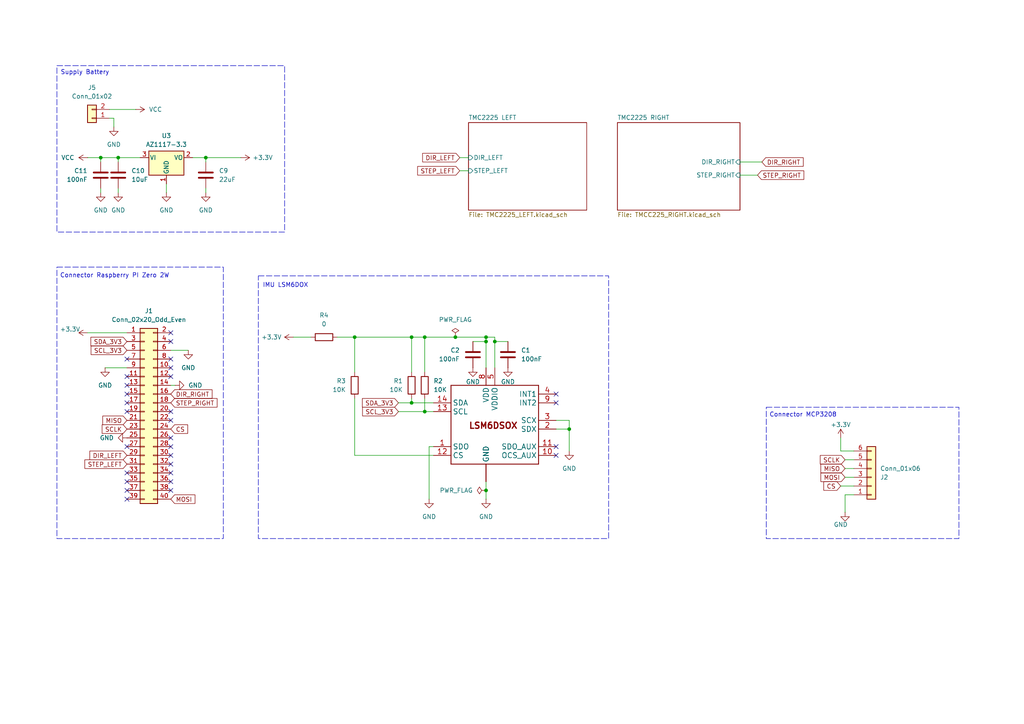
<source format=kicad_sch>
(kicad_sch (version 20250114) (generator "eeschema") (generator_version "9.0")
  (paper "A4")
  (lib_symbols
    (symbol "Adafruit_LSM6DSOX-eagle-import:LSM6DSOX"
      (symbol "LSM6DSOX_1_0"
        (polyline (pts (xy -10.16 10.16) (xy 15.24 10.16)) (stroke (width 0.254)))
        (polyline (pts (xy -10.16 -12.7) (xy -10.16 10.16)) (stroke (width 0.254)))
        (polyline (pts (xy 15.24 10.16) (xy 15.24 -12.7)) (stroke (width 0.254)))
        (polyline (pts (xy 15.24 -12.7) (xy -10.16 -12.7)) (stroke (width 0.254)))
        (text "LSM6DSOX" (at -5.08 -2.54 0) (effects (font (size 1.778 1.778) (thickness 0.3556) (bold yes)) (justify left bottom)))
        (pin bidirectional line (at -15.24 5.08 0) (length 5.08) (name "SDA") (number "14"))
        (pin bidirectional line (at -15.24 2.54 0) (length 5.08) (name "SCL") (number "13"))
        (pin passive line (at -15.24 -7.62 0) (length 5.08) (name "SDO") (number "1"))
        (pin bidirectional line (at -15.24 -10.16 0) (length 5.08) (name "CS") (number "12"))
        (pin power_in line (at 0 15.24 270) (length 5.08) (name "VDD") (number "8"))
        (pin power_in line (at 0 -17.78 90) (length 5.08) (name "GND") (number "6"))
        (pin power_in line (at 0 -17.78 90) (length 5.08) (name "GND") (number "7"))
        (pin power_in line (at 2.54 15.24 270) (length 5.08) (name "VDDIO") (number "5"))
        (pin bidirectional line (at 20.32 7.62 180) (length 5.08) (name "INT1") (number "4"))
        (pin bidirectional line (at 20.32 5.08 180) (length 5.08) (name "INT2") (number "9"))
        (pin passive line (at 20.32 0 180) (length 5.08) (name "SCX") (number "3"))
        (pin passive line (at 20.32 -2.54 180) (length 5.08) (name "SDX") (number "2"))
        (pin bidirectional line (at 20.32 -7.62 180) (length 5.08) (name "SDO_AUX") (number "11"))
        (pin bidirectional line (at 20.32 -10.16 180) (length 5.08) (name "OCS_AUX") (number "10"))
      )
    )
    (symbol "Connector_Generic:Conn_01x02" (pin_names (offset 1.016) (hide yes))
      (property "Reference" "J" (at 0 2.54 0))
      (property "Value" "Conn_01x02" (at 0 -5.08 0))
      (symbol "Conn_01x02_1_1"
        (rectangle (start -1.27 1.27) (end 1.27 -3.81) (stroke (width 0.254)) (fill (type background)))
        (rectangle (start -1.27 0.127) (end 0 -0.127) (stroke (width 0.1524)))
        (rectangle (start -1.27 -2.413) (end 0 -2.667) (stroke (width 0.1524)))
        (pin passive line (at -5.08 0 0) (length 3.81) (name "Pin_1") (number "1"))
        (pin passive line (at -5.08 -2.54 0) (length 3.81) (name "Pin_2") (number "2"))
      )
    )
    (symbol "Connector_Generic:Conn_01x06" (pin_names (offset 1.016) (hide yes))
      (property "Reference" "J" (at 0 7.62 0))
      (property "Value" "Conn_01x06" (at 0 -10.16 0))
      (symbol "Conn_01x06_1_1"
        (rectangle (start -1.27 6.35) (end 1.27 -8.89) (stroke (width 0.254)) (fill (type background)))
        (rectangle (start -1.27 5.207) (end 0 4.953) (stroke (width 0.1524)))
        (rectangle (start -1.27 2.667) (end 0 2.413) (stroke (width 0.1524)))
        (rectangle (start -1.27 0.127) (end 0 -0.127) (stroke (width 0.1524)))
        (rectangle (start -1.27 -2.413) (end 0 -2.667) (stroke (width 0.1524)))
        (rectangle (start -1.27 -4.953) (end 0 -5.207) (stroke (width 0.1524)))
        (rectangle (start -1.27 -7.493) (end 0 -7.747) (stroke (width 0.1524)))
        (pin passive line (at -5.08 5.08 0) (length 3.81) (name "Pin_1") (number "1"))
        (pin passive line (at -5.08 2.54 0) (length 3.81) (name "Pin_2") (number "2"))
        (pin passive line (at -5.08 0 0) (length 3.81) (name "Pin_3") (number "3"))
        (pin passive line (at -5.08 -2.54 0) (length 3.81) (name "Pin_4") (number "4"))
        (pin passive line (at -5.08 -5.08 0) (length 3.81) (name "Pin_5") (number "5"))
        (pin passive line (at -5.08 -7.62 0) (length 3.81) (name "Pin_6") (number "6"))
      )
    )
    (symbol "Connector_Generic:Conn_02x20_Odd_Even" (pin_names (offset 1.016) (hide yes))
      (property "Reference" "J" (at 1.27 25.4 0))
      (property "Value" "Conn_02x20_Odd_Even" (at 1.27 -27.94 0))
      (symbol "Conn_02x20_Odd_Even_1_1"
        (rectangle (start -1.27 24.13) (end 3.81 -26.67) (stroke (width 0.254)) (fill (type background)))
        (rectangle (start -1.27 22.987) (end 0 22.733) (stroke (width 0.1524)))
        (rectangle (start -1.27 20.447) (end 0 20.193) (stroke (width 0.1524)))
        (rectangle (start -1.27 17.907) (end 0 17.653) (stroke (width 0.1524)))
        (rectangle (start -1.27 15.367) (end 0 15.113) (stroke (width 0.1524)))
        (rectangle (start -1.27 12.827) (end 0 12.573) (stroke (width 0.1524)))
        (rectangle (start -1.27 10.287) (end 0 10.033) (stroke (width 0.1524)))
        (rectangle (start -1.27 7.747) (end 0 7.493) (stroke (width 0.1524)))
        (rectangle (start -1.27 5.207) (end 0 4.953) (stroke (width 0.1524)))
        (rectangle (start -1.27 2.667) (end 0 2.413) (stroke (width 0.1524)))
        (rectangle (start -1.27 0.127) (end 0 -0.127) (stroke (width 0.1524)))
        (rectangle (start -1.27 -2.413) (end 0 -2.667) (stroke (width 0.1524)))
        (rectangle (start -1.27 -4.953) (end 0 -5.207) (stroke (width 0.1524)))
        (rectangle (start -1.27 -7.493) (end 0 -7.747) (stroke (width 0.1524)))
        (rectangle (start -1.27 -10.033) (end 0 -10.287) (stroke (width 0.1524)))
        (rectangle (start -1.27 -12.573) (end 0 -12.827) (stroke (width 0.1524)))
        (rectangle (start -1.27 -15.113) (end 0 -15.367) (stroke (width 0.1524)))
        (rectangle (start -1.27 -17.653) (end 0 -17.907) (stroke (width 0.1524)))
        (rectangle (start -1.27 -20.193) (end 0 -20.447) (stroke (width 0.1524)))
        (rectangle (start -1.27 -22.733) (end 0 -22.987) (stroke (width 0.1524)))
        (rectangle (start -1.27 -25.273) (end 0 -25.527) (stroke (width 0.1524)))
        (rectangle (start 3.81 22.987) (end 2.54 22.733) (stroke (width 0.1524)))
        (rectangle (start 3.81 20.447) (end 2.54 20.193) (stroke (width 0.1524)))
        (rectangle (start 3.81 17.907) (end 2.54 17.653) (stroke (width 0.1524)))
        (rectangle (start 3.81 15.367) (end 2.54 15.113) (stroke (width 0.1524)))
        (rectangle (start 3.81 12.827) (end 2.54 12.573) (stroke (width 0.1524)))
        (rectangle (start 3.81 10.287) (end 2.54 10.033) (stroke (width 0.1524)))
        (rectangle (start 3.81 7.747) (end 2.54 7.493) (stroke (width 0.1524)))
        (rectangle (start 3.81 5.207) (end 2.54 4.953) (stroke (width 0.1524)))
        (rectangle (start 3.81 2.667) (end 2.54 2.413) (stroke (width 0.1524)))
        (rectangle (start 3.81 0.127) (end 2.54 -0.127) (stroke (width 0.1524)))
        (rectangle (start 3.81 -2.413) (end 2.54 -2.667) (stroke (width 0.1524)))
        (rectangle (start 3.81 -4.953) (end 2.54 -5.207) (stroke (width 0.1524)))
        (rectangle (start 3.81 -7.493) (end 2.54 -7.747) (stroke (width 0.1524)))
        (rectangle (start 3.81 -10.033) (end 2.54 -10.287) (stroke (width 0.1524)))
        (rectangle (start 3.81 -12.573) (end 2.54 -12.827) (stroke (width 0.1524)))
        (rectangle (start 3.81 -15.113) (end 2.54 -15.367) (stroke (width 0.1524)))
        (rectangle (start 3.81 -17.653) (end 2.54 -17.907) (stroke (width 0.1524)))
        (rectangle (start 3.81 -20.193) (end 2.54 -20.447) (stroke (width 0.1524)))
        (rectangle (start 3.81 -22.733) (end 2.54 -22.987) (stroke (width 0.1524)))
        (rectangle (start 3.81 -25.273) (end 2.54 -25.527) (stroke (width 0.1524)))
        (pin passive line (at -5.08 22.86 0) (length 3.81) (name "Pin_1") (number "1"))
        (pin passive line (at -5.08 20.32 0) (length 3.81) (name "Pin_3") (number "3"))
        (pin passive line (at -5.08 17.78 0) (length 3.81) (name "Pin_5") (number "5"))
        (pin passive line (at -5.08 15.24 0) (length 3.81) (name "Pin_7") (number "7"))
        (pin passive line (at -5.08 12.7 0) (length 3.81) (name "Pin_9") (number "9"))
        (pin passive line (at -5.08 10.16 0) (length 3.81) (name "Pin_11") (number "11"))
        (pin passive line (at -5.08 7.62 0) (length 3.81) (name "Pin_13") (number "13"))
        (pin passive line (at -5.08 5.08 0) (length 3.81) (name "Pin_15") (number "15"))
        (pin passive line (at -5.08 2.54 0) (length 3.81) (name "Pin_17") (number "17"))
        (pin passive line (at -5.08 0 0) (length 3.81) (name "Pin_19") (number "19"))
        (pin passive line (at -5.08 -2.54 0) (length 3.81) (name "Pin_21") (number "21"))
        (pin passive line (at -5.08 -5.08 0) (length 3.81) (name "Pin_23") (number "23"))
        (pin passive line (at -5.08 -7.62 0) (length 3.81) (name "Pin_25") (number "25"))
        (pin passive line (at -5.08 -10.16 0) (length 3.81) (name "Pin_27") (number "27"))
        (pin passive line (at -5.08 -12.7 0) (length 3.81) (name "Pin_29") (number "29"))
        (pin passive line (at -5.08 -15.24 0) (length 3.81) (name "Pin_31") (number "31"))
        (pin passive line (at -5.08 -17.78 0) (length 3.81) (name "Pin_33") (number "33"))
        (pin passive line (at -5.08 -20.32 0) (length 3.81) (name "Pin_35") (number "35"))
        (pin passive line (at -5.08 -22.86 0) (length 3.81) (name "Pin_37") (number "37"))
        (pin passive line (at -5.08 -25.4 0) (length 3.81) (name "Pin_39") (number "39"))
        (pin passive line (at 7.62 22.86 180) (length 3.81) (name "Pin_2") (number "2"))
        (pin passive line (at 7.62 20.32 180) (length 3.81) (name "Pin_4") (number "4"))
        (pin passive line (at 7.62 17.78 180) (length 3.81) (name "Pin_6") (number "6"))
        (pin passive line (at 7.62 15.24 180) (length 3.81) (name "Pin_8") (number "8"))
        (pin passive line (at 7.62 12.7 180) (length 3.81) (name "Pin_10") (number "10"))
        (pin passive line (at 7.62 10.16 180) (length 3.81) (name "Pin_12") (number "12"))
        (pin passive line (at 7.62 7.62 180) (length 3.81) (name "Pin_14") (number "14"))
        (pin passive line (at 7.62 5.08 180) (length 3.81) (name "Pin_16") (number "16"))
        (pin passive line (at 7.62 2.54 180) (length 3.81) (name "Pin_18") (number "18"))
        (pin passive line (at 7.62 0 180) (length 3.81) (name "Pin_20") (number "20"))
        (pin passive line (at 7.62 -2.54 180) (length 3.81) (name "Pin_22") (number "22"))
        (pin passive line (at 7.62 -5.08 180) (length 3.81) (name "Pin_24") (number "24"))
        (pin passive line (at 7.62 -7.62 180) (length 3.81) (name "Pin_26") (number "26"))
        (pin passive line (at 7.62 -10.16 180) (length 3.81) (name "Pin_28") (number "28"))
        (pin passive line (at 7.62 -12.7 180) (length 3.81) (name "Pin_30") (number "30"))
        (pin passive line (at 7.62 -15.24 180) (length 3.81) (name "Pin_32") (number "32"))
        (pin passive line (at 7.62 -17.78 180) (length 3.81) (name "Pin_34") (number "34"))
        (pin passive line (at 7.62 -20.32 180) (length 3.81) (name "Pin_36") (number "36"))
        (pin passive line (at 7.62 -22.86 180) (length 3.81) (name "Pin_38") (number "38"))
        (pin passive line (at 7.62 -25.4 180) (length 3.81) (name "Pin_40") (number "40"))
      )
    )
    (symbol "Device:C" (pin_numbers (hide yes)) (pin_names (offset 0.254))
      (property "Reference" "C" (at 0.635 2.54 0))
      (property "Value" "C" (at 0.635 -2.54 0))
      (symbol "C_0_1"
        (polyline (pts (xy -2.032 0.762) (xy 2.032 0.762)) (stroke (width 0.508)))
        (polyline (pts (xy -2.032 -0.762) (xy 2.032 -0.762)) (stroke (width 0.508)))
      )
      (symbol "C_1_1"
        (pin passive line (at 0 3.81 270) (length 2.794) (name "~") (number "1"))
        (pin passive line (at 0 -3.81 90) (length 2.794) (name "~") (number "2"))
      )
    )
    (symbol "Device:R" (pin_numbers (hide yes)) (pin_names (offset 0))
      (property "Reference" "R" (at 2.032 0 90))
      (property "Value" "R" (at 0 0 90))
      (symbol "R_0_1"
        (rectangle (start -1.016 -2.54) (end 1.016 2.54) (stroke (width 0.254)))
      )
      (symbol "R_1_1"
        (pin passive line (at 0 3.81 270) (length 1.27) (name "~") (number "1"))
        (pin passive line (at 0 -3.81 90) (length 1.27) (name "~") (number "2"))
      )
    )
    (symbol "Regulator_Linear:AZ1117-3.3" (pin_names (offset 0.254))
      (property "Reference" "U" (at -3.81 3.175 0))
      (property "Value" "AZ1117-3.3" (at 0 3.175 0))
      (symbol "AZ1117-3.3_0_1"
        (rectangle (start -5.08 1.905) (end 5.08 -5.08) (stroke (width 0.254)) (fill (type background)))
      )
      (symbol "AZ1117-3.3_1_1"
        (pin power_in line (at -7.62 0 0) (length 2.54) (name "VI") (number "3"))
        (pin power_in line (at 0 -7.62 90) (length 2.54) (name "GND") (number "1"))
        (pin power_out line (at 7.62 0 180) (length 2.54) (name "VO") (number "2"))
      )
    )
    (symbol "power:+3.3V" (power) (pin_numbers (hide yes)) (pin_names (offset 0) (hide yes))
      (property "Value" "+3.3V" (at 0 3.556 0))
      (symbol "+3.3V_0_1"
        (polyline (pts (xy -0.762 1.27) (xy 0 2.54)))
        (polyline (pts (xy 0 2.54) (xy 0.762 1.27)))
        (polyline (pts (xy 0 0) (xy 0 2.54)))
      )
      (symbol "+3.3V_1_1"
        (pin power_in line (at 0 0 90) (length 0) (name "~") (number "1"))
      )
    )
    (symbol "power:GND" (power) (pin_numbers (hide yes)) (pin_names (offset 0) (hide yes))
      (property "Value" "GND" (at 0 -3.81 0))
      (symbol "GND_0_1"
        (polyline (pts (xy 0 0) (xy 0 -1.27) (xy 1.27 -1.27) (xy 0 -2.54) (xy -1.27 -1.27) (xy 0 -1.27)))
      )
      (symbol "GND_1_1"
        (pin power_in line (at 0 0 270) (length 0) (name "~") (number "1"))
      )
    )
    (symbol "power:PWR_FLAG" (power) (pin_numbers (hide yes)) (pin_names (offset 0) (hide yes))
      (property "Value" "PWR_FLAG" (at 0 3.81 0))
      (symbol "PWR_FLAG_0_0"
        (pin power_out line (at 0 0 90) (length 0) (name "~") (number "1"))
      )
      (symbol "PWR_FLAG_0_1"
        (polyline (pts (xy 0 0) (xy 0 1.27) (xy -1.016 1.905) (xy 0 2.54) (xy 1.016 1.905) (xy 0 1.27)))
      )
    )
    (symbol "power:VCC" (power) (pin_numbers (hide yes)) (pin_names (offset 0) (hide yes))
      (property "Value" "VCC" (at 0 3.556 0))
      (symbol "VCC_0_1"
        (polyline (pts (xy -0.762 1.27) (xy 0 2.54)))
        (polyline (pts (xy 0 2.54) (xy 0.762 1.27)))
        (polyline (pts (xy 0 0) (xy 0 2.54)))
      )
      (symbol "VCC_1_1"
        (pin power_in line (at 0 0 90) (length 0) (name "~") (number "1"))
      )
    )
  )
  (rectangle (start 74.93 80.01) (end 176.53 156.21) (stroke (width 0) (type dash)))
  (rectangle (start 16.51 77.47) (end 64.77 156.21) (stroke (width 0) (type dash)))
  (rectangle (start 222.25 118.11) (end 278.13 156.21) (stroke (width 0) (type dash)))
  (rectangle (start 16.51 19.05) (end 82.55 67.31) (stroke (width 0) (type dash)))
  (text "Supply Battery\n" (at 24.638 21.082 0) (effects (font (size 1.27 1.27))))
  (text "Connector MCP3208\n" (at 232.918 120.396 0) (effects (font (size 1.27 1.27))))
  (text "Connector Raspberry PI Zero 2W\n" (at 33.274 80.01 0) (effects (font (size 1.27 1.27))))
  (text "IMU LSM6DOX\n" (at 82.804 82.804 0) (effects (font (size 1.27 1.27))))
  (junction (at 119.38 116.84))
  (junction (at 123.19 97.79))
  (junction (at 59.69 45.72))
  (junction (at 34.29 45.72))
  (junction (at 140.97 142.24))
  (junction (at 140.97 97.79))
  (junction (at 132.08 97.79))
  (junction (at 143.51 99.06))
  (junction (at 102.87 97.79))
  (junction (at 29.21 45.72))
  (junction (at 165.1 124.46))
  (junction (at 119.38 97.79))
  (junction (at 140.97 99.06))
  (junction (at 123.19 119.38))
  (no_connect (at 49.53 109.22))
  (no_connect (at 49.53 121.92))
  (no_connect (at 49.53 139.7))
  (no_connect (at 36.83 116.84))
  (no_connect (at 49.53 104.14))
  (no_connect (at 36.83 129.54))
  (no_connect (at 49.53 96.52))
  (no_connect (at 36.83 104.14))
  (no_connect (at 49.53 132.08))
  (no_connect (at 161.29 132.08))
  (no_connect (at 36.83 119.38))
  (no_connect (at 161.29 129.54))
  (no_connect (at 36.83 142.24))
  (no_connect (at 36.83 114.3))
  (no_connect (at 36.83 144.78))
  (no_connect (at 36.83 111.76))
  (no_connect (at 49.53 106.68))
  (no_connect (at 49.53 137.16))
  (no_connect (at 36.83 109.22))
  (no_connect (at 49.53 142.24))
  (no_connect (at 49.53 134.62))
  (no_connect (at 161.29 116.84))
  (no_connect (at 49.53 129.54))
  (no_connect (at 49.53 127))
  (no_connect (at 49.53 119.38))
  (no_connect (at 36.83 137.16))
  (no_connect (at 161.29 114.3))
  (no_connect (at 49.53 99.06))
  (no_connect (at 36.83 139.7))
  (wire (pts (xy 219.71 50.8) (xy 214.63 50.8)))
  (wire (pts (xy 119.38 97.79) (xy 119.38 107.95)))
  (wire (pts (xy 25.4 45.72) (xy 29.21 45.72)))
  (wire (pts (xy 124.46 144.78) (xy 124.46 129.54)))
  (wire (pts (xy 245.11 133.35) (xy 247.65 133.35)))
  (wire (pts (xy 220.98 46.99) (xy 214.63 46.99)))
  (wire (pts (xy 123.19 97.79) (xy 123.19 107.95)))
  (wire (pts (xy 29.21 54.61) (xy 29.21 55.88)))
  (wire (pts (xy 102.87 132.08) (xy 125.73 132.08)))
  (wire (pts (xy 245.11 135.89) (xy 247.65 135.89)))
  (wire (pts (xy 243.84 127) (xy 243.84 130.81)))
  (wire (pts (xy 115.57 116.84) (xy 119.38 116.84)))
  (wire (pts (xy 123.19 119.38) (xy 125.73 119.38)))
  (wire (pts (xy 119.38 115.57) (xy 119.38 116.84)))
  (wire (pts (xy 34.29 54.61) (xy 34.29 55.88)))
  (wire (pts (xy 59.69 45.72) (xy 69.85 45.72)))
  (wire (pts (xy 59.69 54.61) (xy 59.69 55.88)))
  (wire (pts (xy 132.08 97.79) (xy 140.97 97.79)))
  (wire (pts (xy 34.29 45.72) (xy 40.64 45.72)))
  (wire (pts (xy 247.65 130.81) (xy 243.84 130.81)))
  (wire (pts (xy 245.11 143.51) (xy 245.11 148.59)))
  (wire (pts (xy 30.48 106.68) (xy 36.83 106.68)))
  (wire (pts (xy 243.84 140.97) (xy 247.65 140.97)))
  (wire (pts (xy 140.97 142.24) (xy 140.97 144.78)))
  (wire (pts (xy 119.38 116.84) (xy 125.73 116.84)))
  (wire (pts (xy 29.21 45.72) (xy 29.21 46.99)))
  (wire (pts (xy 33.02 34.29) (xy 31.75 34.29)))
  (wire (pts (xy 59.69 45.72) (xy 59.69 46.99)))
  (wire (pts (xy 102.87 97.79) (xy 102.87 107.95)))
  (wire (pts (xy 140.97 139.7) (xy 140.97 142.24)))
  (wire (pts (xy 34.29 46.99) (xy 34.29 45.72)))
  (wire (pts (xy 85.09 97.79) (xy 90.17 97.79)))
  (wire (pts (xy 123.19 115.57) (xy 123.19 119.38)))
  (wire (pts (xy 161.29 124.46) (xy 165.1 124.46)))
  (wire (pts (xy 165.1 124.46) (xy 165.1 130.81)))
  (wire (pts (xy 143.51 97.79) (xy 143.51 99.06)))
  (wire (pts (xy 124.46 129.54) (xy 125.73 129.54)))
  (wire (pts (xy 33.02 34.29) (xy 33.02 36.83)))
  (wire (pts (xy 102.87 115.57) (xy 102.87 132.08)))
  (wire (pts (xy 247.65 143.51) (xy 245.11 143.51)))
  (wire (pts (xy 161.29 121.92) (xy 165.1 121.92)))
  (wire (pts (xy 165.1 121.92) (xy 165.1 124.46)))
  (wire (pts (xy 50.8 111.76) (xy 49.53 111.76)))
  (wire (pts (xy 25.4 96.52) (xy 36.83 96.52)))
  (wire (pts (xy 133.35 49.53) (xy 135.89 49.53)))
  (wire (pts (xy 143.51 99.06) (xy 143.51 106.68)))
  (wire (pts (xy 143.51 99.06) (xy 147.32 99.06)))
  (wire (pts (xy 245.11 138.43) (xy 247.65 138.43)))
  (wire (pts (xy 31.75 31.75) (xy 39.37 31.75)))
  (wire (pts (xy 55.88 45.72) (xy 59.69 45.72)))
  (wire (pts (xy 115.57 119.38) (xy 123.19 119.38)))
  (wire (pts (xy 140.97 97.79) (xy 140.97 99.06)))
  (wire (pts (xy 54.61 101.6) (xy 49.53 101.6)))
  (wire (pts (xy 137.16 99.06) (xy 140.97 99.06)))
  (wire (pts (xy 133.35 45.72) (xy 135.89 45.72)))
  (wire (pts (xy 140.97 99.06) (xy 140.97 106.68)))
  (wire (pts (xy 140.97 97.79) (xy 143.51 97.79)))
  (wire (pts (xy 29.21 45.72) (xy 34.29 45.72)))
  (wire (pts (xy 48.26 53.34) (xy 48.26 55.88)))
  (wire (pts (xy 102.87 97.79) (xy 119.38 97.79)))
  (wire (pts (xy 123.19 97.79) (xy 132.08 97.79)))
  (wire (pts (xy 97.79 97.79) (xy 102.87 97.79)))
  (wire (pts (xy 119.38 97.79) (xy 123.19 97.79)))
  (global_label "SCL_3V3" (shape input) (at 36.83 101.6 180) (property "Intersheetrefs" "${INTERSHEET_REFS}" (effects (hide yes))))
  (global_label "CS" (shape input) (at 49.53 124.46 0) (property "Intersheetrefs" "${INTERSHEET_REFS}" (effects (hide yes))))
  (global_label "DIR_LEFT" (shape input) (at 133.35 45.72 180) (property "Intersheetrefs" "${INTERSHEET_REFS}" (effects (hide yes))))
  (global_label "MOSI" (shape input) (at 245.11 138.43 180) (property "Intersheetrefs" "${INTERSHEET_REFS}" (effects (hide yes))))
  (global_label "DIR_RIGHT" (shape input) (at 49.53 114.3 0) (property "Intersheetrefs" "${INTERSHEET_REFS}" (effects (hide yes))))
  (global_label "SDA_3V3" (shape input) (at 36.83 99.06 180) (property "Intersheetrefs" "${INTERSHEET_REFS}" (effects (hide yes))))
  (global_label "CS" (shape input) (at 243.84 140.97 180) (property "Intersheetrefs" "${INTERSHEET_REFS}" (effects (hide yes))))
  (global_label "STEP_LEFT" (shape input) (at 36.83 134.62 180) (property "Intersheetrefs" "${INTERSHEET_REFS}" (effects (hide yes))))
  (global_label "MISO" (shape input) (at 36.83 121.92 180) (property "Intersheetrefs" "${INTERSHEET_REFS}" (effects (hide yes))))
  (global_label "SDA_3V3" (shape input) (at 115.57 116.84 180) (property "Intersheetrefs" "${INTERSHEET_REFS}" (effects (hide yes))))
  (global_label "SCLK" (shape input) (at 245.11 133.35 180) (property "Intersheetrefs" "${INTERSHEET_REFS}" (effects (hide yes))))
  (global_label "MISO" (shape input) (at 245.11 135.89 180) (property "Intersheetrefs" "${INTERSHEET_REFS}" (effects (hide yes))))
  (global_label "DIR_LEFT" (shape input) (at 36.83 132.08 180) (property "Intersheetrefs" "${INTERSHEET_REFS}" (effects (hide yes))))
  (global_label "MOSI" (shape input) (at 49.53 144.78 0) (property "Intersheetrefs" "${INTERSHEET_REFS}" (effects (hide yes))))
  (global_label "STEP_RIGHT" (shape input) (at 219.71 50.8 0) (property "Intersheetrefs" "${INTERSHEET_REFS}" (effects (hide yes))))
  (global_label "SCLK" (shape input) (at 36.83 124.46 180) (property "Intersheetrefs" "${INTERSHEET_REFS}" (effects (hide yes))))
  (global_label "DIR_RIGHT" (shape input) (at 220.98 46.99 0) (property "Intersheetrefs" "${INTERSHEET_REFS}" (effects (hide yes))))
  (global_label "STEP_LEFT" (shape input) (at 133.35 49.53 180) (property "Intersheetrefs" "${INTERSHEET_REFS}" (effects (hide yes))))
  (global_label "SCL_3V3" (shape input) (at 115.57 119.38 180) (property "Intersheetrefs" "${INTERSHEET_REFS}" (effects (hide yes))))
  (global_label "STEP_RIGHT" (shape input) (at 49.53 116.84 0) (property "Intersheetrefs" "${INTERSHEET_REFS}" (effects (hide yes))))
  (symbol (lib_id "Device:C") (at 59.69 50.8 180) (unit 1)
    (property "Reference" "C9" (at 63.5 49.5299 0) (effects (justify right)))
    (property "Value" "22uF" (at 63.5 52.0699 0) (effects (justify right)))
    (property "Footprint" "Capacitor_SMD:C_0603_1608Metric_Pad1.08x0.95mm_HandSolder" (effects (hide yes)))
    (property "Description" "Unpolarized capacitor" (effects (hide yes)))
  )
  (symbol (lib_id "power:GND") (at 140.97 144.78 0) (unit 1)
    (property "Reference" "#PWR01" (effects (hide yes)))
    (property "Value" "GND" (at 140.97 149.86 0))
    (property "Description" "Power symbol creates a global label with name \"GND\" , ground" (effects (hide yes)))
  )
  (symbol (lib_id "Connector_Generic:Conn_01x06") (at 252.73 138.43 0) (mirror x) (unit 1)
    (property "Reference" "J2" (at 255.27 138.4301 0) (effects (justify left)))
    (property "Value" "Conn_01x06" (at 255.27 135.8901 0) (effects (justify left)))
    (property "Description" "Generic connector, single row, 01x06, script generated (kicad-library-utils/schlib/autogen/connector/)" (effects (hide yes)))
  )
  (symbol (lib_id "power:GND") (at 33.02 36.83 0) (unit 1)
    (property "Reference" "#PWR040" (effects (hide yes)))
    (property "Value" "GND" (at 33.02 41.91 0))
    (property "Description" "Power symbol creates a global label with name \"GND\" , ground" (effects (hide yes)))
  )
  (symbol (lib_id "power:GND") (at 124.46 144.78 0) (unit 1)
    (property "Reference" "#PWR06" (effects (hide yes)))
    (property "Value" "GND" (at 124.46 149.86 0))
    (property "Description" "Power symbol creates a global label with name \"GND\" , ground" (effects (hide yes)))
  )
  (symbol (lib_id "power:GND") (at 30.48 106.68 0) (unit 1)
    (property "Reference" "#PWR030" (effects (hide yes)))
    (property "Value" "GND" (at 30.48 111.76 0))
    (property "Description" "Power symbol creates a global label with name \"GND\" , ground" (effects (hide yes)))
  )
  (symbol (lib_id "power:GND") (at 165.1 130.81 0) (unit 1)
    (property "Reference" "#PWR04" (effects (hide yes)))
    (property "Value" "GND" (at 165.1 135.89 0))
    (property "Description" "Power symbol creates a global label with name \"GND\" , ground" (effects (hide yes)))
  )
  (symbol (lib_id "power:VCC") (at 25.4 45.72 90) (unit 1)
    (property "Reference" "#PWR039" (effects (hide yes)))
    (property "Value" "VCC" (at 21.59 45.7199 90) (effects (justify left)))
    (property "Description" "Power symbol creates a global label with name \"VCC\"" (effects (hide yes)))
  )
  (symbol (lib_id "power:GND") (at 36.83 127 270) (unit 1)
    (property "Reference" "#PWR032" (effects (hide yes)))
    (property "Value" "GND" (at 33.02 126.9999 90) (effects (justify right)))
    (property "Description" "Power symbol creates a global label with name \"GND\" , ground" (effects (hide yes)))
  )
  (symbol (lib_id "power:+3.3V") (at 85.09 97.79 90) (unit 1)
    (property "Reference" "#PWR08" (effects (hide yes)))
    (property "Value" "+3.3V" (at 78.74 97.79 90))
    (property "Description" "Power symbol creates a global label with name \"+3.3V\"" (effects (hide yes)))
  )
  (symbol (lib_id "power:GND") (at 48.26 55.88 0) (unit 1)
    (property "Reference" "#PWR033" (effects (hide yes)))
    (property "Value" "GND" (at 48.26 60.96 0))
    (property "Description" "Power symbol creates a global label with name \"GND\" , ground" (effects (hide yes)))
  )
  (symbol (lib_id "Device:C") (at 137.16 102.87 0) (mirror x) (unit 1)
    (property "Reference" "C2" (at 133.35 101.5999 0) (effects (justify right)))
    (property "Value" "100nF" (at 133.35 104.1399 0) (effects (justify right)))
    (property "Footprint" "Capacitor_SMD:C_0603_1608Metric_Pad1.08x0.95mm_HandSolder" (effects (hide yes)))
    (property "Description" "Unpolarized capacitor" (effects (hide yes)))
  )
  (symbol (lib_id "Connector_Generic:Conn_02x20_Odd_Even") (at 41.91 119.38 0) (unit 1)
    (property "Reference" "J1" (at 43.18 90.17 0))
    (property "Value" "Conn_02x20_Odd_Even" (at 43.18 92.71 0))
    (property "Footprint" "Connector_PinHeader_2.54mm:PinHeader_2x20_P2.54mm_Vertical" (effects (hide yes)))
    (property "Description" "Generic connector, double row, 02x20, odd/even pin numbering scheme (row 1 odd numbers, row 2 even numbers), script generated (kicad-library-utils/schlib/autogen/connector/)" (effects (hide yes)))
  )
  (symbol (lib_id "power:GND") (at 137.16 106.68 0) (unit 1)
    (property "Reference" "#PWR05" (effects (hide yes)))
    (property "Value" "GND" (at 137.16 110.744 0))
    (property "Description" "Power symbol creates a global label with name \"GND\" , ground" (effects (hide yes)))
  )
  (symbol (lib_id "power:PWR_FLAG") (at 132.08 97.79 0) (unit 1)
    (property "Reference" "#FLG02" (effects (hide yes)))
    (property "Value" "PWR_FLAG" (at 132.08 92.71 0))
    (property "Description" "Special symbol for telling ERC where power comes from" (effects (hide yes)))
  )
  (symbol (lib_id "Device:R") (at 123.19 111.76 0) (unit 1)
    (property "Reference" "R2" (at 125.73 110.4899 0) (effects (justify left)))
    (property "Value" "10K" (at 125.73 113.0299 0) (effects (justify left)))
    (property "Footprint" "Resistor_SMD:R_0603_1608Metric_Pad0.98x0.95mm_HandSolder" (effects (hide yes)))
    (property "Description" "Resistor" (effects (hide yes)))
  )
  (symbol (lib_id "Device:C") (at 29.21 50.8 0) (mirror x) (unit 1)
    (property "Reference" "C11" (at 25.4 49.5299 0) (effects (justify right)))
    (property "Value" "100nF" (at 25.4 52.0699 0) (effects (justify right)))
    (property "Footprint" "Capacitor_SMD:C_0603_1608Metric_Pad1.08x0.95mm_HandSolder" (effects (hide yes)))
    (property "Description" "Unpolarized capacitor" (effects (hide yes)))
  )
  (symbol (lib_id "Device:C") (at 147.32 102.87 180) (unit 1)
    (property "Reference" "C1" (at 151.13 101.5999 0) (effects (justify right)))
    (property "Value" "100nF" (at 151.13 104.1399 0) (effects (justify right)))
    (property "Footprint" "Capacitor_SMD:C_0603_1608Metric_Pad1.08x0.95mm_HandSolder" (effects (hide yes)))
    (property "Description" "Unpolarized capacitor" (effects (hide yes)))
  )
  (symbol (lib_id "Device:R") (at 119.38 111.76 0) (mirror y) (unit 1)
    (property "Reference" "R1" (at 116.84 110.4899 0) (effects (justify left)))
    (property "Value" "10K" (at 116.84 113.0299 0) (effects (justify left)))
    (property "Footprint" "Resistor_SMD:R_0603_1608Metric_Pad0.98x0.95mm_HandSolder" (effects (hide yes)))
    (property "Description" "Resistor" (effects (hide yes)))
  )
  (symbol (lib_id "power:GND") (at 29.21 55.88 0) (unit 1)
    (property "Reference" "#PWR038" (effects (hide yes)))
    (property "Value" "GND" (at 29.21 60.96 0))
    (property "Description" "Power symbol creates a global label with name \"GND\" , ground" (effects (hide yes)))
  )
  (symbol (lib_id "Device:R") (at 93.98 97.79 270) (unit 1)
    (property "Reference" "R4" (at 93.98 91.44 90))
    (property "Value" "0" (at 93.98 93.98 90))
    (property "Footprint" "Resistor_SMD:R_0603_1608Metric_Pad0.98x0.95mm_HandSolder" (effects (hide yes)))
    (property "Description" "Resistor" (effects (hide yes)))
  )
  (symbol (lib_id "power:VCC") (at 39.37 31.75 270) (unit 1)
    (property "Reference" "#PWR036" (effects (hide yes)))
    (property "Value" "VCC" (at 43.18 31.7499 90) (effects (justify left)))
    (property "Description" "Power symbol creates a global label with name \"VCC\"" (effects (hide yes)))
  )
  (symbol (lib_id "power:PWR_FLAG") (at 140.97 142.24 90) (unit 1)
    (property "Reference" "#FLG01" (effects (hide yes)))
    (property "Value" "PWR_FLAG" (at 137.16 142.2399 90) (effects (justify left)))
    (property "Description" "Special symbol for telling ERC where power comes from" (effects (hide yes)))
  )
  (symbol (lib_id "power:+3.3V") (at 243.84 127 0) (unit 1)
    (property "Reference" "#PWR0101" (effects (hide yes)))
    (property "Value" "+3.3V" (at 243.84 123.19 0))
    (property "Description" "Power symbol creates a global label with name \"+3.3V\"" (effects (hide yes)))
  )
  (symbol (lib_id "Regulator_Linear:AZ1117-3.3") (at 48.26 45.72 0) (unit 1)
    (property "Reference" "U3" (at 48.26 39.37 0))
    (property "Value" "AZ1117-3.3" (at 48.26 41.91 0))
    (property "Datasheet" "https://www.diodes.com/assets/Datasheets/AZ1117.pdf" (effects (hide yes)))
    (property "Description" "1A 20V Fixed LDO Linear Regulator, 3.3V, SOT-89/SOT-223/TO-220/TO-252/TO-263" (effects (hide yes)))
  )
  (symbol (lib_id "Device:R") (at 102.87 111.76 0) (mirror y) (unit 1)
    (property "Reference" "R3" (at 100.33 110.4899 0) (effects (justify left)))
    (property "Value" "10K" (at 100.33 113.0299 0) (effects (justify left)))
    (property "Footprint" "Resistor_SMD:R_0603_1608Metric_Pad0.98x0.95mm_HandSolder" (effects (hide yes)))
    (property "Description" "Resistor" (effects (hide yes)))
  )
  (symbol (lib_id "Connector_Generic:Conn_01x02") (at 26.67 34.29 180) (unit 1)
    (property "Reference" "J5" (at 26.67 25.4 0))
    (property "Value" "Conn_01x02" (at 26.67 27.94 0))
    (property "Description" "Generic connector, single row, 01x02, script generated (kicad-library-utils/schlib/autogen/connector/)" (effects (hide yes)))
  )
  (symbol (lib_id "power:GND") (at 59.69 55.88 0) (unit 1)
    (property "Reference" "#PWR034" (effects (hide yes)))
    (property "Value" "GND" (at 59.69 60.96 0))
    (property "Description" "Power symbol creates a global label with name \"GND\" , ground" (effects (hide yes)))
  )
  (symbol (lib_id "Device:C") (at 34.29 50.8 180) (unit 1)
    (property "Reference" "C10" (at 38.1 49.5299 0) (effects (justify right)))
    (property "Value" "10uF" (at 38.1 52.0699 0) (effects (justify right)))
    (property "Footprint" "Capacitor_SMD:C_0603_1608Metric_Pad1.08x0.95mm_HandSolder" (effects (hide yes)))
    (property "Description" "Unpolarized capacitor" (effects (hide yes)))
  )
  (symbol (lib_id "power:+3.3V") (at 69.85 45.72 270) (unit 1)
    (property "Reference" "#PWR035" (effects (hide yes)))
    (property "Value" "+3.3V" (at 76.2 45.72 90))
    (property "Description" "Power symbol creates a global label with name \"+3.3V\"" (effects (hide yes)))
  )
  (symbol (lib_id "power:GND") (at 245.11 148.59 0) (mirror y) (unit 1)
    (property "Reference" "#PWR02" (effects (hide yes)))
    (property "Value" "GND" (at 243.84 152.146 0))
    (property "Description" "Power symbol creates a global label with name \"GND\" , ground" (effects (hide yes)))
  )
  (symbol (lib_id "power:+3.3V") (at 25.4 96.52 90) (mirror x) (unit 1)
    (property "Reference" "#PWR07" (effects (hide yes)))
    (property "Value" "+3.3V" (at 20.32 95.504 90))
    (property "Description" "Power symbol creates a global label with name \"+3.3V\"" (effects (hide yes)))
  )
  (symbol (lib_id "power:GND") (at 34.29 55.88 0) (unit 1)
    (property "Reference" "#PWR037" (effects (hide yes)))
    (property "Value" "GND" (at 34.29 60.96 0))
    (property "Description" "Power symbol creates a global label with name \"GND\" , ground" (effects (hide yes)))
  )
  (symbol (lib_id "power:GND") (at 50.8 111.76 90) (unit 1)
    (property "Reference" "#PWR031" (effects (hide yes)))
    (property "Value" "GND" (at 54.61 111.7599 90) (effects (justify right)))
    (property "Description" "Power symbol creates a global label with name \"GND\" , ground" (effects (hide yes)))
  )
  (symbol (lib_id "power:GND") (at 147.32 106.68 0) (unit 1)
    (property "Reference" "#PWR03" (effects (hide yes)))
    (property "Value" "GND" (at 147.32 110.744 0))
    (property "Description" "Power symbol creates a global label with name \"GND\" , ground" (effects (hide yes)))
  )
  (symbol (lib_id "Adafruit_LSM6DSOX-eagle-import:LSM6DSOX") (at 140.97 121.92 0) (unit 1)
    (property "Reference" "U$2" (effects (hide yes)))
    (property "Value" "LSM6DSOX" (effects (hide yes)))
    (property "Footprint" "Adafruit_LSM6DSOX:LGA-14L" (effects (hide yes)))
  )
  (symbol (lib_id "power:GND") (at 54.61 101.6 0) (unit 1)
    (property "Reference" "#PWR029" (effects (hide yes)))
    (property "Value" "GND" (at 54.61 106.68 0))
    (property "Description" "Power symbol creates a global label with name \"GND\" , ground" (effects (hide yes)))
  )
  (sheet (at 135.89 35.56) (size 34.29 25.4) (stroke (width 0.1524))
    (property "Sheetname" "TMC2225 LEFT" (at 135.89 34.8484 0) (effects (justify left bottom)))
    (property "Sheetfile" "TMC2225_LEFT.kicad_sch" (at 135.89 61.5446 0) (effects (justify left top)))
    (pin "DIR_LEFT" input (at 135.89 45.72 180))
    (pin "STEP_LEFT" input (at 135.89 49.53 180))
  )
  (sheet (at 179.07 35.56) (size 35.56 25.4) (stroke (width 0.1524))
    (property "Sheetname" "TMC2225 RIGHT" (at 179.07 34.8484 0) (effects (justify left bottom)))
    (property "Sheetfile" "TMCC225_RIGHT.kicad_sch" (at 179.07 61.5446 0) (effects (justify left top)))
    (pin "DIR_RIGHT" input (at 214.63 46.99 0))
    (pin "STEP_RIGHT" input (at 214.63 50.8 0))
  )
)
</source>
